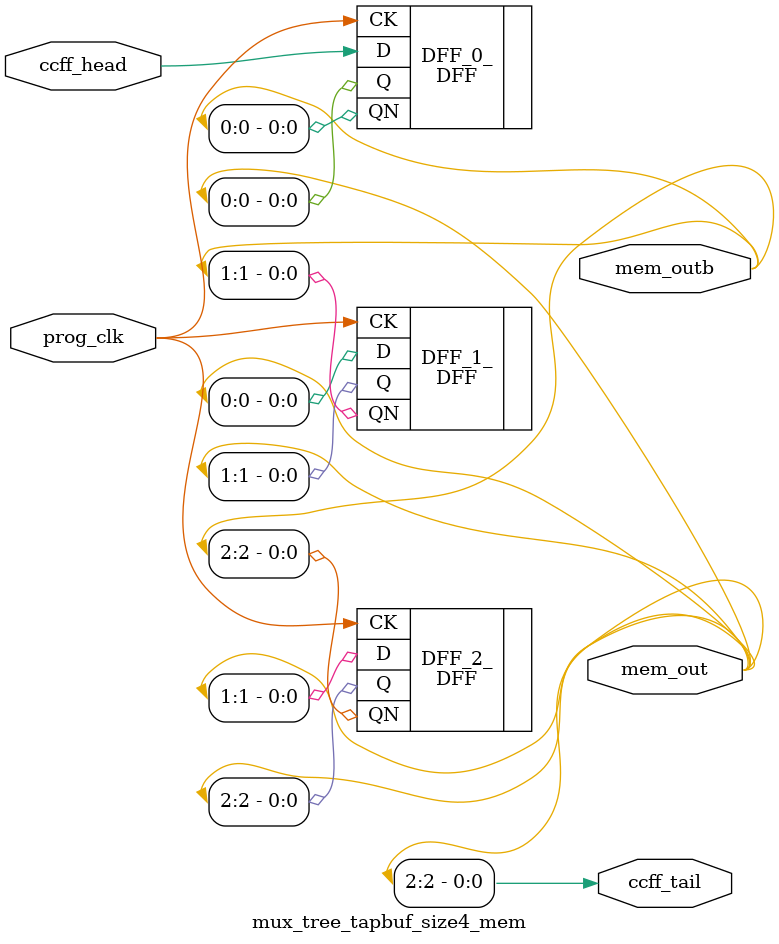
<source format=v>
/*verilator tracing_off*/
//Example
// ----- END Verilog module for mux_tree_tapbuf_size3_mem -----

//----- Default net type -----
`default_nettype wire




//----- Default net type -----
`default_nettype wire

// ----- Verilog module for mux_tree_tapbuf_size4_mem -----
module mux_tree_tapbuf_size4_mem(prog_clk,
                                 ccff_head,
                                 ccff_tail,
                                 mem_out,
                                 mem_outb);
//----- GLOBAL PORTS -----
input [0:0] prog_clk;
//----- INPUT PORTS -----
input [0:0] ccff_head;
//----- OUTPUT PORTS -----
output [0:0] ccff_tail;
//----- OUTPUT PORTS -----
output [0:2] mem_out;
//----- OUTPUT PORTS -----
output [0:2] mem_outb;

//----- BEGIN wire-connection ports -----
//----- END wire-connection ports -----


//----- BEGIN Registered ports -----
//----- END Registered ports -----



// ----- BEGIN Local short connections -----
// ----- END Local short connections -----
// ----- BEGIN Local output short connections -----
	assign ccff_tail[0] = mem_out[2];
// ----- END Local output short connections -----

	DFF DFF_0_ (
		.CK(prog_clk),
		.D(ccff_head),
		.Q(mem_out[0]),
		.QN(mem_outb[0]));

	DFF DFF_1_ (
		.CK(prog_clk),
		.D(mem_out[0]),
		.Q(mem_out[1]),
		.QN(mem_outb[1]));

	DFF DFF_2_ (
		.CK(prog_clk),
		.D(mem_out[1]),
		.Q(mem_out[2]),
		.QN(mem_outb[2]));

endmodule

</source>
